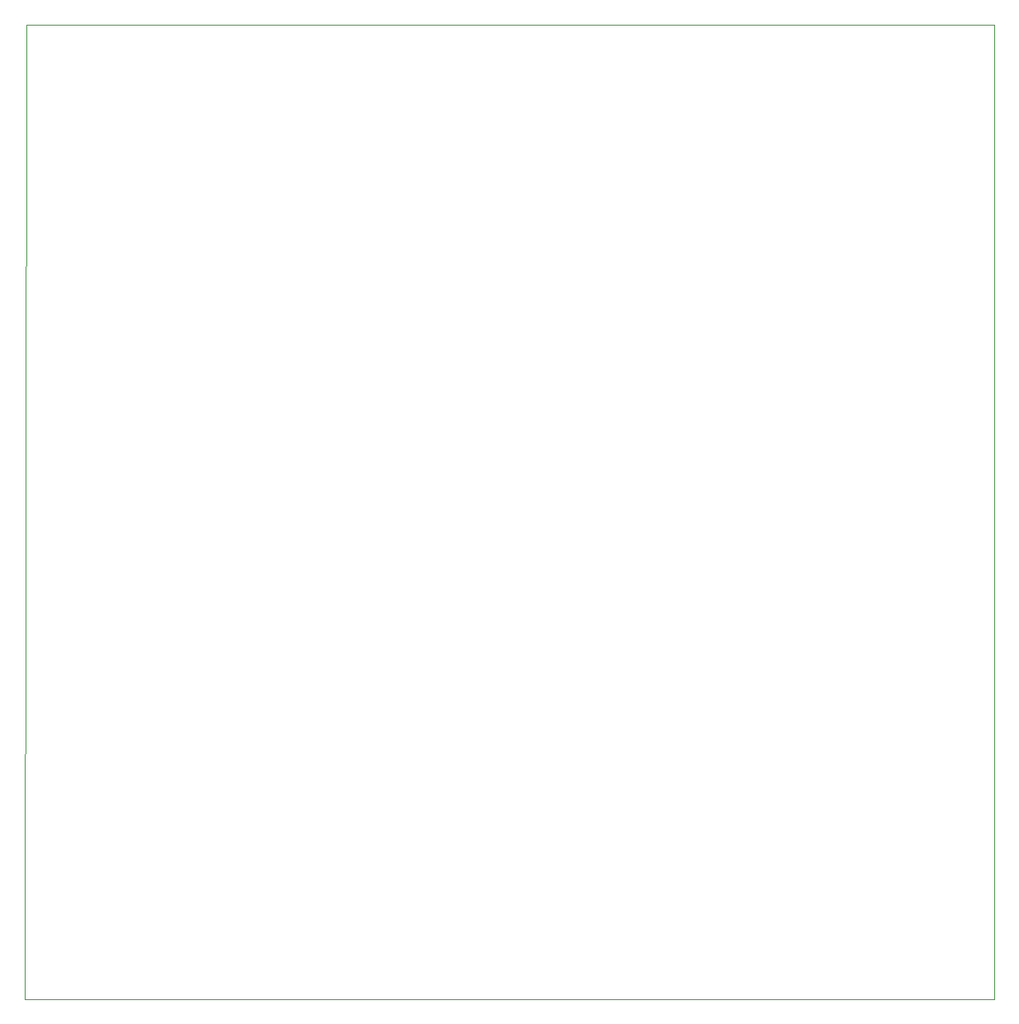
<source format=gbr>
G04 #@! TF.GenerationSoftware,KiCad,Pcbnew,(5.1.5-0-10_14)*
G04 #@! TF.CreationDate,2021-03-15T06:00:06+10:00*
G04 #@! TF.ProjectId,OH - General Purpose Small PCB,4f48202d-2047-4656-9e65-72616c205075,rev?*
G04 #@! TF.SameCoordinates,Original*
G04 #@! TF.FileFunction,Profile,NP*
%FSLAX46Y46*%
G04 Gerber Fmt 4.6, Leading zero omitted, Abs format (unit mm)*
G04 Created by KiCad (PCBNEW (5.1.5-0-10_14)) date 2021-03-15 06:00:06*
%MOMM*%
%LPD*%
G04 APERTURE LIST*
%ADD10C,0.120000*%
G04 APERTURE END LIST*
D10*
X38862000Y-40513000D02*
X38735000Y-140462000D01*
X138176000Y-140462000D02*
X38735000Y-140462000D01*
X138176000Y-40513000D02*
X138176000Y-140462000D01*
X38862000Y-40513000D02*
X138176000Y-40513000D01*
M02*

</source>
